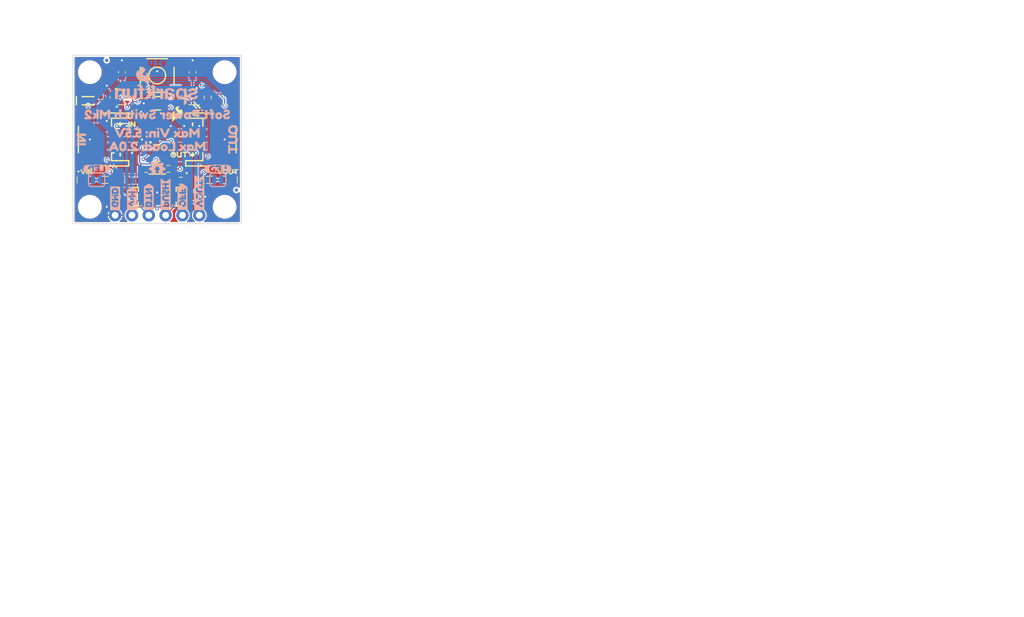
<source format=kicad_pcb>
(kicad_pcb (version 20240108) (generator "pcbnew") (generator_version "8.0")
  (title_block (title "SparkX Soft Power Switch Mk2") (date "2024-03-13") (rev "v10") (comment 1 "Designed by: Paul Clark"))
  (layers (0 "F.Cu" signal) (31 "B.Cu" signal) (34 "B.Paste" user) (35 "F.Paste" user) (36 "B.SilkS" user "B.Silkscreen") (37 "F.SilkS" user "F.Silkscreen") (38 "B.Mask" user) (39 "F.Mask" user) (44 "Edge.Cuts" user))
  (net 0 "")
  (net 1 "GND")
  (net 2 "BTN")
  (net 3 "Net-(C2-Pad1)")
  (net 4 "Net-(D2-A)")
  (net 5 "Net-(D3-A)")
  (net 8 "VOUT")
  (net 11 "Net-(JP1-A)")
  (net 12 "Net-(JP2-A)")
  (net 13 "Net-(Q1-G)")
  (net 14 "Net-(Q1-D)")
  (net 15 "Net-(U4-CLK)")
  (net 16 "Net-(U4-~{CLR})")
  (net 17 "Net-(Q3B-1)")
  (net 18 "Net-(Q2-G)")
  (net 19 "OFF")
  (net 20 "VIN")
  (net 21 "PUSH")
  (net 22 "Net-(Q3A-G)")
  (net 23 "Net-(Q3A-D)")
  (net 24 "EN")
  (footprint "SparkFun-Semiconductor-Standard:SOT23-6-Tight" (layer "F.Cu") (at 128.27 113.792)
    (property "Reference" "Q3")
    (property "Value" "SIL2308")
    (pad "1" smd rect (at -1.2 -0.95 270) (size 0.55 0.8) (layers "F.Cu" "F.Paste" "F.Mask") (net 22 "Net-(Q3A-G)"))
    (pad "2" smd rect (at -1.2 0 270) (size 0.55 0.8) (layers "F.Cu" "F.Paste" "F.Mask") (net 17 "Net-(Q3B-1)"))
    (pad "3" smd rect (at -1.2 0.95 270) (size 0.55 0.8) (layers "F.Cu" "F.Paste" "F.Mask") (net 23 "Net-(Q3A-D)"))
    (pad "4" smd rect (at 1.2 0.95 270) (size 0.55 0.8) (layers "F.Cu" "F.Paste" "F.Mask") (net 8 "VOUT"))
    (pad "5" smd rect (at 1.2 0 90) (size 0.55 0.8) (layers "F.Cu" "F.Paste" "F.Mask") (net 1 "GND"))
    (pad "6" smd rect (at 1.2 -0.95 270) (size 0.55 0.8) (layers "F.Cu" "F.Paste" "F.Mask") (net 23 "Net-(Q3A-D)"))
  )
  (footprint "SparkFun-Aesthetic:Creative_Commons_License" (layer "F.Cu") (at 212.09 168.148)
    (property "Reference" "G3" (hide yes))
    (property "Value" "OSHW_Logo" (hide yes))
  )
  (footprint "SparkFun-Semiconductor-Standard:SOT-353" (layer "F.Cu") (at 122.936 105.41)
    (property "Reference" "U2")
    (property "Value" "SN74LVC1G14DCK")
    (pad "1" smd rect (at -0.8 -0.65 270) (size 0.3 0.7) (layers "F.Cu" "F.Paste" "F.Mask"))
    (pad "2" smd rect (at -0.8 0 270) (size 0.3 0.7) (layers "F.Cu" "F.Paste" "F.Mask") (net 2 "BTN"))
    (pad "3" smd rect (at -0.8 0.65 270) (size 0.3 0.7) (layers "F.Cu" "F.Paste" "F.Mask") (net 1 "GND"))
    (pad "4" smd rect (at 0.8 0.65 270) (size 0.3 0.7) (layers "F.Cu" "F.Paste" "F.Mask") (net 15 "Net-(U4-CLK)"))
    (pad "5" smd rect (at 0.8 -0.65 270) (size 0.3 0.7) (layers "F.Cu" "F.Paste" "F.Mask") (net 20 "VIN"))
  )
  (footprint "SparkFun-Connector:1x06" (layer "F.Cu") (at 134.62 123.19 180)
    (property "Reference" "J3")
    (property "Value" "Conn_01x06")
    (pad "1" thru_hole circle (at 0 0 270) (size 1.8796 1.8796) (drill 1.016) (layers "*.Cu" "*.Mask") (net 8 "VOUT"))
    (pad "2" thru_hole circle (at 2.54 0 270) (size 1.8796 1.8796) (drill 1.016) (layers "*.Cu" "*.Mask") (net 19 "OFF"))
    (pad "3" thru_hole circle (at 5.08 0 270) (size 1.8796 1.8796) (drill 1.016) (layers "*.Cu" "*.Mask") (net 21 "PUSH"))
    (pad "4" thru_hole circle (at 7.62 0 270) (size 1.8796 1.8796) (drill 1.016) (layers "*.Cu" "*.Mask") (net 2 "BTN"))
    (pad "5" thru_hole circle (at 10.16 0 270) (size 1.8796 1.8796) (drill 1.016) (layers "*.Cu" "*.Mask") (net 20 "VIN"))
    (pad "6" thru_hole circle (at 12.7 0 270) (size 1.8796 1.8796) (drill 1.016) (layers "*.Cu" "*.Mask") (net 1 "GND"))
  )
  (footprint "kibuzzard-65F1758C" (layer "F.Cu") (at 124.46 109.474)
    (property "Reference" "kibuzzard-65F1758C" (hide yes))
    (property "Value" "G***" (hide yes))
  )
  (footprint "SparkFun-Resistor:R_0603_1608Metric" (layer "F.Cu") (at 134.366 120.396 -90)
    (property "Reference" "R8")
    (property "Value" "1k")
    (pad "1" smd roundrect (at -0.825 0 270) (size 0.8 0.95) (layers "F.Cu" "F.Paste" "F.Mask") (net 15 "Net-(U4-CLK)"))
    (pad "2" smd roundrect (at 0.825 0 270) (size 0.8 0.95) (layers "F.Cu" "F.Paste" "F.Mask") (net 18 "Net-(Q2-G)"))
  )
  (footprint "SparkFun-Resistor:R_0603_1608Metric" (layer "F.Cu") (at 135.89 117.856)
    (property "Reference" "R4")
    (property "Value" "10k")
    (pad "1" smd roundrect (at -0.825 0) (size 0.8 0.95) (layers "F.Cu" "F.Paste" "F.Mask") (net 12 "Net-(JP2-A)"))
    (pad "2" smd roundrect (at 0.825 0) (size 0.8 0.95) (layers "F.Cu" "F.Paste" "F.Mask") (net 5 "Net-(D3-A)"))
  )
  (footprint "SparkFun-Resistor:R_0603_1608Metric" (layer "F.Cu") (at 135.89 105.41 90)
    (property "Reference" "R1")
    (property "Value" "1k")
    (pad "1" smd roundrect (at -0.825 0 90) (size 0.8 0.95) (layers "F.Cu" "F.Paste" "F.Mask") (net 20 "VIN"))
    (pad "2" smd roundrect (at 0.825 0 90) (size 0.8 0.95) (layers "F.Cu" "F.Paste" "F.Mask") (net 2 "BTN"))
  )
  (footprint "SparkFun-Hardware:Standoff" (layer "F.Cu") (at 138.43 121.92)
    (property "Reference" "ST4")
    (property "Value" "Standoff")
    (pad "" np_thru_hole circle (at 0 0) (size 3.1 3.1) (drill 3.1) (layers "F&B.Cu" "*.Mask"))
  )
  (footprint "SparkFun-LED:LED_0603_1608Metric_Red" (layer "F.Cu") (at 138.938 117.856 180)
    (property "Reference" "D3")
    (property "Value" "Red")
    (pad "1" smd roundrect (at -0.7875 0 180) (size 0.875 0.95) (layers "F.Cu" "F.Paste" "F.Mask") (net 1 "GND"))
    (pad "2" smd roundrect (at 0.7875 0 180) (size 0.875 0.95) (layers "F.Cu" "F.Paste" "F.Mask") (net 5 "Net-(D3-A)"))
  )
  (footprint "SparkFun-Aesthetic:Fiducial_0.5mm_Mask1mm" (layer "F.Cu") (at 140.208 119.38)
    (property "Reference" "FID4")
    (property "Value" "Fiducial_0.5mm")
    (pad "" smd circle (at 0 0) (size 0.5 0.5) (layers "F.Cu" "F.Mask") (clearance 0.25))
  )
  (footprint "SparkFun-Semiconductor-Standard:SOT23-3" (layer "F.Cu") (at 124.714 120.396)
    (property "Reference" "Q1")
    (property "Value" "BSS138")
    (pad "1" smd rect (at -1 -0.95 270) (size 0.8 0.9) (layers "F.Cu" "F.Paste" "F.Mask") (net 13 "Net-(Q1-G)"))
    (pad "2" smd rect (at -1 0.95 270) (size 0.8 0.9) (layers "F.Cu" "F.Paste" "F.Mask") (net 1 "GND"))
    (pad "3" smd rect (at 1.1 0 270) (size 0.8 0.9) (layers "F.Cu" "F.Paste" "F.Mask") (net 14 "Net-(Q1-D)"))
  )
  (footprint "SparkFun-Aesthetic:Fiducial_0.5mm_Mask1mm" (layer "F.Cu") (at 120.65 99.822)
    (property "Reference" "FID1")
    (property "Value" "Fiducial_0.5mm")
    (pad "" smd circle (at 0 0) (size 0.5 0.5) (layers "F.Cu" "F.Mask") (clearance 0.25))
  )
  (footprint "SparkFun-Resistor:R_0603_1608Metric" (layer "F.Cu") (at 122.174 120.396 -90)
    (property "Reference" "R6")
    (property "Value" "1k")
    (pad "1" smd roundrect (at -0.825 0 270) (size 0.8 0.95) (layers "F.Cu" "F.Paste" "F.Mask") (net 13 "Net-(Q1-G)"))
    (pad "2" smd roundrect (at 0.825 0 270) (size 0.8 0.95) (layers "F.Cu" "F.Paste" "F.Mask") (net 19 "OFF"))
  )
  (footprint "SparkFun-Connector:JST_SMD_2.0mm-2" (layer "F.Cu") (at 137.16 111.76 -90)
    (property "Reference" "J2")
    (property "Value" "JST_2mm_LiPo")
    (pad "1" smd rect (at -1 3.7 270) (size 1 4.6) (layers "F.Cu" "F.Paste" "F.Mask") (net 1 "GND"))
    (pad "2" smd rect (at 1 3.7 270) (size 1 4.6) (layers "F.Cu" "F.Paste" "F.Mask") (net 8 "VOUT"))
    (pad "NC1" smd rect (at -3.4 -1.5) (size 3.4 1.6) (layers "F.Cu" "F.Paste" "F.Mask"))
    (pad "NC2" smd rect (at 3.4 -1.5) (size 3.4 1.6) (layers "F.Cu" "F.Paste" "F.Mask"))
  )
  (footprint "kibuzzard-65F0636B" (layer "F.Cu") (at 138.938 116.6368)
    (property "Reference" "kibuzzard-65F0636B" (hide yes))
    (property "Value" "G***" (hide yes))
  )
  (footprint "SparkFun-Resistor:R_0603_1608Metric" (layer "F.Cu") (at 120.65 117.856 180)
    (property "Reference" "R3")
    (property "Value" "10k")
    (pad "1" smd roundrect (at -0.825 0 180) (size 0.8 0.95) (layers "F.Cu" "F.Paste" "F.Mask") (net 11 "Net-(JP1-A)"))
    (pad "2" smd roundrect (at 0.825 0 180) (size 0.8 0.95) (layers "F.Cu" "F.Paste" "F.Mask") (net 4 "Net-(D2-A)"))
  )
  (footprint "SparkFun-Capacitor:C_0603_1608Metric" (layer "F.Cu") (at 133.604 101.6 90)
    (property "Reference" "C4")
    (property "Value" "0.1uF")
    (pad "1" smd roundrect (at -0.775 0 90) (size 0.9 0.95) (layers "F.Cu" "F.Paste" "F.Mask") (net 20 "VIN"))
    (pad "2" smd roundrect (at 0.775 0 90) (size 0.9 0.95) (layers "F.Cu" "F.Paste" "F.Mask") (net 1 "GND"))
  )
  (footprint "kibuzzard-65F04FCA" (layer "F.Cu") (at 122.682 114.046 90)
    (property "Reference" "kibuzzard-65F04FCA" (hide yes))
    (property "Value" "G***" (hide yes))
  )
  (footprint "SparkFun-Resistor:R_0603_1608Metric" (layer "F.Cu") (at 124.714 117.983)
    (property "Reference" "R5")
    (property "Value" "100")
    (pad "1" smd roundrect (at -0.825 0) (size 0.8 0.95) (layers "F.Cu" "F.Paste" "F.Mask") (net 3 "Net-(C2-Pad1)"))
    (pad "2" smd roundrect (at 0.825 0) (size 0.8 0.95) (layers "F.Cu" "F.Paste" "F.Mask") (net 14 "Net-(Q1-D)"))
  )
  (footprint "kibuzzard-65F04F60" (layer "F.Cu") (at 122.682 109.474)
    (property "Reference" "kibuzzard-65F04F60" (hide yes))
    (property "Value" "G***" (hide yes))
  )
  (footprint "SparkFun-Capacitor:C_0603_1608Metric" (layer "F.Cu") (at 122.936 101.6 90)
    (property "Reference" "C3")
    (property "Value" "1.0uF")
    (pad "1" smd roundrect (at -0.775 0 90) (size 0.9 0.95) (layers "F.Cu" "F.Paste" "F.Mask") (net 20 "VIN"))
    (pad "2" smd roundrect (at 0.775 0 90) (size 0.9 0.95) (layers "F.Cu" "F.Paste" "F.Mask") (net 1 "GND"))
  )
  (footprint "SparkFun-Semiconductor-Standard:SOT-323" (layer "F.Cu") (at 128.27 106.299)
    (property "Reference" "U4")
    (property "Value" "SN74LVC1G175DCK")
    (pad "1" smd rect (at -0.92 -0.65 90) (size 0.3 0.66) (layers "F.Cu" "F.Paste" "F.Mask") (net 15 "Net-(U4-CLK)"))
    (pad "2" smd rect (at -0.92 0 90) (size 0.3 0.66) (layers "F.Cu" "F.Paste" "F.Mask") (net 1 "GND"))
    (pad "3" smd rect (at -0.92 0.65 90) (size 0.3 0.66) (layers "F.Cu" "F.Paste" "F.Mask") (net 20 "VIN"))
    (pad "4" smd rect (at 0.92 0.65 90) (size 0.3 0.66) (layers "F.Cu" "F.Paste" "F.Mask") (net 24 "EN"))
    (pad "5" smd rect (at 0.92 0 90) (size 0.3 0.66) (layers "F.Cu" "F.Paste" "F.Mask") (net 20 "VIN"))
    (pad "6" smd rect (at 0.92 -0.65 90) (size 0.3 0.66) (layers "F.Cu" "F.Paste" "F.Mask") (net 16 "Net-(U4-~{CLR})"))
  )
  (footprint "SparkFun-Semiconductor-Standard:SOD-323" (layer "F.Cu") (at 117.856 105.918)
    (property "Reference" "D1")
    (property "Value" "BAS16J")
    (pad "A" smd rect (at 1.15 0) (size 0.63 0.83) (layers "F.Cu" "F.Paste" "F.Mask") (net 2 "BTN"))
    (pad "C" smd rect (at -1.15 0) (size 0.63 0.83) (layers "F.Cu" "F.Paste" "F.Mask") (net 3 "Net-(C2-Pad1)"))
  )
  (footprint "SparkFun-Hardware:Standoff" (layer "F.Cu") (at 138.43 101.6)
    (property "Reference" "ST3")
    (property "Value" "Standoff")
    (pad "" np_thru_hole circle (at 0 0) (size 3.1 3.1) (drill 3.1) (layers "F&B.Cu" "*.Mask"))
  )
  (footprint "kibuzzard-65F04F60" (layer "F.Cu") (at 133.604 114.046)
    (property "Reference" "kibuzzard-65F04F60" (hide yes))
    (property "Value" "G***" (hide yes))
  )
  (footprint "SparkFun-Resistor:R_0603_1608Metric" (layer "F.Cu") (at 131.826 117.983)
    (property "Reference" "R7")
    (property "Value" "10k")
    (pad "1" smd roundrect (at -0.825 0) (size 0.8 0.95) (layers "F.Cu" "F.Paste" "F.Mask") (net 19 "OFF"))
    (pad "2" smd roundrect (at 0.825 0) (size 0.8 0.95) (layers "F.Cu" "F.Paste" "F.Mask") (net 1 "GND"))
  )
  (footprint "SparkFun-Semiconductor-Standard:SOT-353" (layer "F.Cu") (at 133.604 105.41 180)
    (property "Reference" "U3")
    (property "Value" "SN74LVC1G17DCK")
    (pad "1" smd rect (at -0.8 -0.65 90) (size 0.3 0.7) (layers "F.Cu" "F.Paste" "F.Mask"))
    (pad "2" smd rect (at -0.8 0 90) (size 0.3 0.7) (layers "F.Cu" "F.Paste" "F.Mask") (net 3 "Net-(C2-Pad1)"))
    (pad "3" smd rect (at -0.8 0.65 90) (size 0.3 0.7) (layers "F.Cu" "F.Paste" "F.Mask") (net 1 "GND"))
    (pad "4" smd rect (at 0.8 0.65 90) (size 0.3 0.7) (layers "F.Cu" "F.Paste" "F.Mask") (net 16 "Net-(U4-~{CLR})"))
    (pad "5" smd rect (at 0.8 -0.65 90) (size 0.3 0.7) (layers "F.Cu" "F.Paste" "F.Mask") (net 20 "VIN"))
  )
  (footprint "SparkFun-Resistor:R_0603_1608Metric" (layer "F.Cu") (at 138.43 105.918)
    (property "Reference" "R2")
    (property "Value" "200k")
    (pad "1" smd roundrect (at -0.825 0) (size 0.8 0.95) (layers "F.Cu" "F.Paste" "F.Mask") (net 3 "Net-(C2-Pad1)"))
    (pad "2" smd roundrect (at 0.825 0) (size 0.8 0.95) (layers "F.Cu" "F.Paste" "F.Mask") (net 2 "BTN"))
  )
  (footprint "SparkFun-Connector:JST_SMD_2.0mm-2" (layer "F.Cu") (at 119.38 111.76 90)
    (property "Reference" "J1")
    (property "Value" "JST_2mm_LiPo")
    (pad "1" smd rect (at -1 3.7 90) (size 1 4.6) (layers "F.Cu" "F.Paste" "F.Mask") (net 1 "GND"))
    (pad "2" smd rect (at 1 3.7 90) (size 1 4.6) (layers "F.Cu" "F.Paste" "F.Mask") (net 20 "VIN"))
    (pad "NC1" smd rect (at -3.4 -1.5 180) (size 3.4 1.6) (layers "F.Cu" "F.Paste" "F.Mask"))
    (pad "NC2" smd rect (at 3.4 -1.5 180) (size 3.4 1.6) (layers "F.Cu" "F.Paste" "F.Mask"))
  )
  (footprint "kibuzzard-65F0634B" (layer "F.Cu") (at 117.602 116.6368)
    (property "Reference" "kibuzzard-65F0634B" (hide yes))
    (property "Value" "G***" (hide yes))
  )
  (footprint "SparkFun-Resistor:R_0603_1608Metric" (layer "F.Cu") (at 129.921 116.205)
    (property "Reference" "R9")
    (property "Value" "1k")
    (pad "1" smd roundrect (at -0.825 0) (size 0.8 0.95) (layers "F.Cu" "F.Paste" "F.Mask") (net 22 "Net-(Q3A-G)"))
    (pad "2" smd roundrect (at 0.825 0) (size 0.8 0.95) (layers "F.Cu" "F.Paste" "F.Mask") (net 24 "EN"))
  )
  (footprint "SparkFun-LED:LED_0603_1608Metric_Red" (layer "F.Cu") (at 117.602 117.856)
    (property "Reference" "D2")
    (property "Value" "Red")
    (pad "1" smd roundrect (at -0.7875 0) (size 0.875 0.95) (layers "F.Cu" "F.Paste" "F.Mask") (net 1 "GND"))
    (pad "2" smd roundrect (at 0.7875 0) (size 0.875 0.95) (layers "F.Cu" "F.Paste" "F.Mask") (net 4 "Net-(D2-A)"))
  )
  (footprint "SparkFun-Aesthetic:SparkFun_Flame_2.5mm" (layer "F.Cu") (at 131.32 107.96)
    (property "Reference" "G***" (hide yes))
    (property "Value" "Flame" (hide yes))
  )
  (footprint "SparkFun-Switch:Push_SMD_5.2x5.2mm_h2.5mm" (layer "F.Cu") (at 128.27 102.108)
    (property "Reference" "SW1")
    (property "Value" "SMD_5.2x5.2mm_h2.5mm")
    (pad "1" smd rect (at -2.794 -1.905 90) (size 0.762 1.524) (layers "F.Cu" "F.Paste" "F.Mask") (net 1 "GND"))
    (pad "1" smd rect (at 2.794 -1.905 90) (size 0.762 1.524) (layers "F.Cu" "F.Paste" "F.Mask") (net 1 "GND"))
    (pad "2" smd rect (at -2.794 1.905 90) (size 0.762 1.524) (layers "F.Cu" "F.Paste" "F.Mask") (net 2 "BTN"))
    (pad "2" smd rect (at 2.794 1.905 90) (size 0.762 1.524) (layers "F.Cu" "F.Paste" "F.Mask") (net 2 "BTN"))
  )
  (footprint "SparkFun-Capacitor:C_0603_1608Metric" (layer "F.Cu") (at 120.65 105.41 90)
    (property "Reference" "C1")
    (property "Value" "1.0uF")
    (pad "1" smd roundrect (at -0.775 0 90) (size 0.9 0.95) (layers "F.Cu" "F.Paste" "F.Mask") (net 2 "BTN"))
    (pad "2" smd roundrect (at 0.775 0 90) (size 0.9 0.95) (layers "F.Cu" "F.Paste" "F.Mask") (net 1 "GND"))
  )
  (footprint "SparkFun-Resistor:R_0603_1608Metric" (layer "F.Cu") (at 126.619 116.205 180)
    (property "Reference" "R10")
    (property "Value" "100k")
    (pad "1" smd roundrect (at -0.825 0 180) (size 0.8 0.95) (layers "F.Cu" "F.Paste" "F.Mask") (net 23 "Net-(Q3A-D)"))
    (pad "2" smd roundrect (at 0.825 0 180) (size 0.8 0.95) (layers "F.Cu" "F.Paste" "F.Mask") (net 17 "Net-(Q3B-1)"))
  )
  (footprint "kibuzzard-65F04FCA" (layer "F.Cu") (at 133.604 109.474 90)
    (property "Reference" "kibuzzard-65F04FCA" (hide yes))
    (property "Value" "G***" (hide yes))
  )
  (footprint "SparkFun-Capacitor:EIA-3528" (layer "F.Cu") (at 128.27 119.38 -90)
    (property "Reference" "C2")
    (property "Value" "47uF")
    (pad "1" smd roundrect (at -1.5375 0 270) (size 1.325 2.35) (layers "F.Cu" "F.Paste" "F.Mask") (roundrect_rratio 0.188679) (net 3 "Net-(C2-Pad1)"))
    (pad "2" smd roundrect (at 1.5375 0 270) (size 1.325 2.35) (layers "F.Cu" "F.Paste" "F.Mask") (roundrect_rratio 0.188679) (net 1 "GND"))
  )
  (footprint "SparkFun-Hardware:Standoff" (layer "F.Cu") (at 118.11 101.6)
    (property "Reference" "ST1")
    (property "Value" "Standoff")
    (pad "" np_thru_hole circle (at 0 0) (size 3.1 3.1) (drill 3.1) (layers "F&B.Cu" "*.Mask"))
  )
  (footprint "SparkFun-Fuse:1210" (layer "F.Cu") (at 128.27 109.855 90)
    (property "Reference" "F1")
    (property "Value" "6V/2.0A/4.0A")
    (pad "1" smd rect (at -1.5 0 90) (size 1 2.8) (layers "F.Cu" "F.Paste" "F.Mask") (net 17 "Net-(Q3B-1)"))
    (pad "2" smd rect (at 1.5 0 90) (size 1 2.8) (layers "F.Cu" "F.Paste" "F.Mask") (net 20 "VIN"))
  )
  (footprint "SparkFun-Semiconductor-Standard:SOT23-3" (layer "F.Cu") (at 131.826 120.396 180)
    (property "Reference" "Q2")
    (property "Value" "BSS138")
    (pad "1" smd rect (at -1 -0.95 90) (size 0.8 0.9) (layers "F.Cu" "F.Paste" "F.Mask") (net 18 "Net-(Q2-G)"))
    (pad "2" smd rect (at -1 0.95 90) (size 0.8 0.9) (layers "F.Cu" "F.Paste" "F.Mask") (net 1 "GND"))
    (pad "3" smd rect (at 1.1 0 90) (size 0.8 0.9) (layers "F.Cu" "F.Paste" "F.Mask") (net 21 "PUSH"))
  )
  (footprint "kibuzzard-65F174FD" (layer "F.Cu") (at 131.572 114.046)
    (property "Reference" "kibuzzard-65F174FD" (hide yes))
    (property "Value" "G***" (hide yes))
  )
  (footprint "SparkFun-Hardware:Standoff" (layer "F.Cu") (at 118.11 121.92)
    (property "Reference" "ST2")
    (property "Value" "Standoff")
    (pad "" np_thru_hole circle (at 0 0) (size 3.1 3.1) (drill 3.1) (layers "F&B.Cu" "*.Mask"))
  )
  (footprint "SparkFun-Aesthetic:SparkFun_Logo_12.5mm" (layer "B.Cu") (at 128.27 104.775 180)
    (property "Reference" "G***" (hide yes))
    (property "Value" "LOGO" (hide yes))
  )
  (footprint "SparkFun-Aesthetic:Fiducial_0.5mm_Mask1mm" (layer "B.Cu") (at 120.65 99.822 180)
    (property "Reference" "FID3")
    (property "Value" "Fiducial_0.5mm")
    (pad "" smd circle (at 0 0 180) (size 0.5 0.5) (layers "B.Cu" "B.Mask") (clearance 0.25))
  )
  (footprint "kibuzzard-65F05472" (layer "B.Cu") (at 116.84 111.76 90)
    (property "Reference" "kibuzzard-65F05472" (hide yes))
    (property "Value" "G***" (hide yes))
  )
  (footprint "kibuzzard-65F056F7" (layer "B.Cu") (at 134.62 119.761 90)
    (property "Reference" "kibuzzard-65F056F7" (hide yes))
    (property "Value" "G***" (hide yes))
  )
  (footprint "SparkFun-Aesthetic:Fiducial_0.5mm_Mask1mm" (layer "B.Cu") (at 140.208 119.38 180)
    (property "Reference" "FID2")
    (property "Value" "Fiducial_0.5mm")
    (pad "" smd circle (at 0 0 180) (size 0.5 0.5) (layers "B.Cu" "B.Mask") (clearance 0.25))
  )
  (footprint "kibuzzard-65F054C3" (layer "B.Cu") (at 137.414 116.205 180)
    (property "Reference" "kibuzzard-65F054C3" (hide yes))
    (property "Value" "G***" (hide yes))
  )
  (footprint "kibuzzard-65F05604" (layer "B.Cu") (at 121.92 120.65 90)
    (property "Reference" "kibuzzard-65F05604" (hide yes))
    (property "Value" "G***" (hide yes))
  )
  (footprint "SparkFun-Jumper:Jumper_2_NC_Trace" (layer "B.Cu") (at 137.414 117.856)
    (property "Reference" "JP2")
    (property "Value" "~")
    (fp_poly (pts (xy -0.25 0.15) (xy 0.25 0.15) (xy 0.25 -0.15) (xy -0.25 -0.15)) (fill solid) (layer "B.Cu"))
    (pad "1" smd rect (at -0.5207 0) (size 0.6604 1.27) (layers "B.Cu" "B.Mask") (net 12 "Net-(JP2-A)"))
    (pad "2" smd rect (at 0.5207 0) (size 0.6604 1.27) (layers "B.Cu" "B.Mask") (net 8 "VOUT"))
  )
  (footprint "kibuzzard-65F056D8" (layer "B.Cu") (at 132.08 120.396 90)
    (property "Reference" "kibuzzard-65F056D8" (hide yes))
    (property "Value" "G***" (hide yes))
  )
  (footprint "SparkFun-Jumper:Jumper_2_NC_Trace" (layer "B.Cu") (at 119.126 117.856 180)
    (property "Reference" "JP1")
    (property "Value" "~")
    (fp_poly (pts (xy -0.25 0.15) (xy 0.25 0.15) (xy 0.25 -0.15) (xy -0.25 -0.15)) (fill solid) (layer "B.Cu"))
    (pad "1" smd rect (at -0.5207 0 180) (size 0.6604 1.27) (layers "B.Cu" "B.Mask") (net 11 "Net-(JP1-A)"))
    (pad "2" smd rect (at 0.5207 0 180) (size 0.6604 1.27) (layers "B.Cu" "B.Mask") (net 20 "VIN"))
  )
  (footprint "kibuzzard-65F05628" (layer "B.Cu") (at 124.46 120.65 90)
    (property "Reference" "kibuzzard-65F05628" (hide yes))
    (property "Value" "G***" (hide yes))
  )
  (footprint "kibuzzard-65F05644" (layer "B.Cu") (at 127 120.396 90)
    (property "Reference" "kibuzzard-65F05644" (hide yes))
    (property "Value" "G***" (hide yes))
  )
  (footprint "kibuzzard-65F056B4" (layer "B.Cu") (at 129.54 120.015 90)
    (property "Reference" "kibuzzard-65F056B4" (hide yes))
    (property "Value" "G***" (hide yes))
  )
  (footprint "kibuzzard-65F054C3" (layer "B.Cu") (at 119.126 116.205 180)
    (property "Reference" "kibuzzard-65F054C3" (hide yes))
    (property "Value" "G***" (hide yes))
  )
  (footprint "kibuzzard-65F0543A" (layer "B.Cu") (at 128.27 112.776 180)
    (property "Reference" "kibuzzard-65F0543A" (hide yes))
    (property "Value" "G***" (hide yes))
  )
  (footprint "kibuzzard-65F05416" (layer "B.Cu") (at 128.27 110.744 180)
    (property "Reference" "kibuzzard-65F05416" (hide yes))
    (property "Value" "G***" (hide yes))
  )
  (footprint "SparkFun-Aesthetic:OSHW_Logo_2.5mm" (layer "B.Cu") (at 128.27 116.205 180)
    (property "Reference" "Ref**" (hide yes))
    (property "Value" "Val**" (hide yes))
  )
  (footprint "kibuzzard-65F05495" (layer "B.Cu") (at 139.7 111.76 -90)
    (property "Reference" "kibuzzard-65F05495" (hide yes))
    (property "Value" "G***" (hide yes))
  )
  (footprint "kibuzzard-65F053F1" (layer "B.Cu") (at 128.27 107.95 180)
    (property "Reference" "kibuzzard-65F053F1" (hide yes))
    (property "Value" "G***" (hide yes))
  )
  (gr_rect (start 115.57 99.06) (end 140.97 124.46) (stroke (width 0.1)) (fill none) (layer "Edge.Cuts"))
  (gr_text "v10" (at 128.27 100.203 0) (layer "B.Cu" knockout) (effects (font (size 1.016 1.016) (thickness 0.254) (bold yes)) (justify mirror)))
  (segment (start 123.08 113.682) (end 123.19 113.792) (width 0.5588) (layer "F.Cu") (net 1))
  (segment (start 133.46 110.76) (end 133.46 109.838) (width 0.5588) (layer "F.Cu") (net 1))
  (segment (start 119.11 112.76) (end 118.11 111.76) (width 0.5588) (layer "F.Cu") (net 1))
  (segment (start 133.46 110.76) (end 137.43 110.76) (width 0.5588) (layer "F.Cu") (net 1))
  (segment (start 132.334 109.728) (end 133.35 109.728) (width 0.5588) (layer "F.Cu") (net 1))
  (segment (start 130.572 110.76) (end 130.302 110.49) (width 0.5588) (layer "F.Cu") (net 1))
  (segment (start 130.302 110.49) (end 130.302 109.728) (width 0.5588) (layer "F.Cu") (net 1))
  (segment (start 123.08 112.76) (end 119.11 112.76) (width 0.5588) (layer "F.Cu") (net 1))
  (segment (start 133.35 109.728) (end 134.62 109.728) (width 0.5588) (layer "F.Cu") (net 1))
  (segment (start 137.43 110.76) (end 138.43 111.76) (width 0.5588) (layer "F.Cu") (net 1))
  (segment (start 121.666 113.792) (end 123.19 113.792) (width 0.5588) (layer "F.Cu") (net 1))
  (segment (start 123.08 112.76) (end 123.08 113.682) (width 0.5588) (layer "F.Cu") (net 1))
  (segment (start 133.46 110.76) (end 130.572 110.76) (width 0.5588) (layer "F.Cu") (net 1))
  (segment (start 133.46 109.838) (end 133.35 109.728) (width 0.5588) (layer "F.Cu") (net 1))
  (segment (start 123.19 113.792) (end 124.46 113.792) (width 0.5588) (layer "F.Cu") (net 1))
  (segment (start 121.92 123.19) (end 120.65 121.92) (width 0.5588) (layer "F.Cu") (net 1))
  (via (at 130.7084 113.9952) (size 0.56) (drill 0.3) (layers "F.Cu" "B.Cu") (net 1))
  (via (at 128.27 101.473) (size 0.56) (drill 0.3) (layers "F.Cu" "B.Cu") (net 1))
  (via (at 120.65 103.632) (size 0.56) (drill 0.3) (layers "F.Cu" "B.Cu") (net 1))
  (via (at 134.239 104.013) (size 0.56) (drill 0.3) (layers "F.Cu" "B.Cu") (net 1))
  (via (at 116.3828 116.586) (size 0.56) (drill 0.3) (layers "F.Cu" "B.Cu") (net 1))
  (via (at 132.715 116.84) (size 0.56) (drill 0.3) (layers "F.Cu" "B.Cu") (net 1))
  (via (at 138.43 111.76) (size 0.56) (drill 0.3) (layers "F.Cu" "B.Cu") (net 1))
  (via (at 125.984 111.76) (size 0.56) (drill 0.3) (layers "F.Cu" "B.Cu") (net 1))
  (via (at 125.857 107.569) (size 0.56) (drill 0.3) (layers "F.Cu" "B.Cu") (net 1))
  (via (at 133.604 99.822) (size 0.56) (drill 0.3) (layers "F.Cu" "B.Cu") (net 1))
  (via (at 135.509 120.396) (size 0.56) (drill 0.3) (layers "F.Cu" "B.Cu") (net 1))
  (via (at 122.174 106.807) (size 0.56) (drill 0.3) (layers "F.Cu" "B.Cu") (net 1))
  (via (at 128.27 119.761) (size 0.56) (drill 0.3) (layers "F.Cu" "B.Cu") (net 1))
  (via (at 118.11 111.76) (size 0.56) (drill 0.3) (layers "F.Cu" "B.Cu") (net 1))
  (via (at 121.666 113.792) (size 0.56) (drill 0.3) (layers "F.Cu" "B.Cu") (net 1))
  (via (at 126.238 106.299) (size 0.56) (drill 0.3) (layers "F.Cu" "B.Cu") (net 1))
  (via (at 139.9032 116.6876) (size 0.56) (drill 0.3) (layers "F.Cu" "B.Cu") (net 1))
  (via (at 132.334 109.728) (size 0.56) (drill 0.3) (layers "F.Cu" "B.Cu") (net 1))
  (via (at 120.65 121.92) (size 0.56) (drill 0.3) (layers "F.Cu" "B.Cu") (net 1))
  (via (at 122.936 99.822) (size 0.56) (drill 0.3) (layers "F.Cu" "B.Cu") (net 1))
  (via (at 120.65 108.966) (size 0.56) (drill 0.3) (layers "F.Cu" "B.Cu") (net 1))
  (via (at 134.62 109.728) (size 0.56) (drill 0.3) (layers "F.Cu" "B.Cu") (net 1))
  (via (at 124.46 113.792) (size 0.56) (drill 0.3) (layers "F.Cu" "B.Cu") (net 1))
  (via (at 130.302 109.728) (size 0.56) (drill 0.3) (layers "F.Cu" "B.Cu") (net 1))
  (segment (start 121.92 123.19) (end 120.65 121.92) (width 0.5588) (layer "B.Cu") (net 1))
  (segment (start 120.65 106.185) (end 121.425 105.41) (width 0.1778) (layer "F.Cu") (net 2))
  (segment (start 121.425 105.41) (end 122.136 105.41) (width 0.1778) (layer "F.Cu") (net 2))
  (segment (start 135.001 103.632) (end 135.636 103.632) (width 0.1778) (layer "F.Cu") (net 2))
  (segment (start 131.064 104.013) (end 127 104.013) (width 0.1778) (layer "F.Cu") (net 2))
  (segment (start 135.89 103.886) (end 135.89 104.585) (width 0.1778) (layer "F.Cu") (net 2))
  (segment (start 139.255 105.918) (end 138.239 104.902) (width 0.1778) (layer "F.Cu") (net 2))
  (segment (start 119.006 105.918) (end 120.383 105.918) (width 0.1778) (layer "F.Cu") (net 2))
  (segment (start 136.716 104.585) (end 135.89 104.585) (width 0.1778) (layer "F.Cu") (net 2))
  (segment (start 120.383 105.918) (end 120.65 106.185) (width 0.1778) (layer "F.Cu") (net 2))
  (segment (start 137.033 104.902) (end 136.716 104.585) (width 0.1778) (layer "F.Cu") (net 2))
  (segment (start 135.636 103.632) (end 135.89 103.886) (width 0.1778) (layer "F.Cu") (net 2))
  (segment (start 122.136 105.41) (end 122.936 105.41) (width 0.1778) (layer "F.Cu") (net 2))
  (segment (start 138.239 104.902) (end 137.033 104.902) (width 0.1778) (layer "F.Cu") (net 2))
  (segment (start 127 104.013) (end 125.476 104.013) (width 0.1778) (layer "F.Cu") (net 2))
  (via (at 127 104.013) (size 0.56) (drill 0.3) (layers "F.Cu" "B.Cu") (net 2))
  (via (at 135.001 103.632) (size 0.56) (drill 0.3) (layers "F.Cu" "B.Cu") (net 2))
  (via (at 122.936 105.41) (size 0.56) (drill 0.3) (layers "F.Cu" "B.Cu") (net 2))
  (segment (start 122.936 107.442) (end 122.936 105.41) (width 0.1778) (layer "B.Cu") (net 2))
  (segment (start 127 105.41) (end 122.936 105.41) (width 0.1778) (layer "B.Cu") (net 2))
  (segment (start 127 104.013) (end 127 105.41) (width 0.1778) (layer "B.Cu") (net 2))
  (segment (start 127 123.19) (end 125.095 121.285) (width 0.1778) (layer "B.Cu") (net 2))
  (segment (start 127.635 103.378) (end 127 104.013) (width 0.1778) (layer "B.Cu") (net 2))
  (segment (start 135.001 103.632) (end 134.747 103.378) (width 0.1778) (layer "B.Cu") (net 2))
  (segment (start 134.747 103.378) (end 127.635 103.378) (width 0.1778) (layer "B.Cu") (net 2))
  (segment (start 125.095 109.601) (end 122.936 107.442) (width 0.1778) (layer "B.Cu") (net 2))
  (segment (start 125.095 121.285) (end 125.095 109.601) (width 0.1778) (layer "B.Cu") (net 2))
  (segment (start 117.856 106.68) (end 117.3445 106.68) (width 0.1778) (layer "F.Cu") (net 3))
  (segment (start 138.43 106.68) (end 138.367 106.68) (width 0.1778) (layer "F.Cu") (net 3))
  (segment (start 116.706 106.0415) (end 116.706 105.918) (width 0.1778) (layer "F.Cu") (net 3))
  (segment (start 123.889 117.158) (end 123.825 117.094) (width 0.1778) (layer "F.Cu") (net 3))
  (segment (start 127.557 117.905) (end 126.746 117.094) (width 0.1778) (layer "F.Cu") (net 3))
  (segment (start 123.889 117.983) (end 123.889 117.158) (width 0.1778) (layer "F.Cu") (net 3))
  (segment (start 122.936 117.094) (end 120.65 114.808) (width 0.1778) (layer "F.Cu") (net 3))
  (segment (start 123.825 117.094) (end 122.936 117.094) (width 0.1778) (layer "F.Cu") (net 3))
  (segment (start 128.27 117.905) (end 127.557 117.905) (width 0.1778) (layer "F.Cu") (net 3))
  (segment (start 134.404 105.41) (end 136.398 105.41) (width 0.1778) (layer "F.Cu") (net 3))
  (segment (start 136.398 105.41) (end 136.906 105.918) (width 0.1778) (layer "F.Cu") (net 3))
  (segment (start 138.367 106.68) (end 137.605 105.918) (width 0.1778) (layer "F.Cu") (net 3))
  (segment (start 120.65 114.808) (end 120.714 114.808) (width 0.1778) (layer "F.Cu") (net 3))
  (segment (start 117.3445 106.68) (end 116.706 106.0415) (width 0.1778) (layer "F.Cu") (net 3))
  (segment (start 136.906 105.918) (end 137.605 105.918) (width 0.1778) (layer "F.Cu") (net 3))
  (segment (start 126.746 117.094) (end 123.825 117.094) (width 0.1778) (layer "F.Cu") (net 3))
  (via (at 120.65 114.808) (size 0.56) (drill 0.3) (layers "F.Cu" "B.Cu") (net 3))
  (via (at 138.43 106.68) (size 0.56) (drill 0.3) (layers "F.Cu" "B.Cu") (net 3))
  (via (at 117.856 106.68) (size 0.56) (drill 0.3) (layers "F.Cu" "B.Cu") (net 3))
  (segment (start 117.856 108.077) (end 120.65 110.871) (width 0.1778) (layer "B.Cu") (net 3))
  (segment (start 117.856 106.68) (end 118.745 106.68) (width 0.1778) (layer "B.Cu") (net 3))
  (segment (start 118.745 106.68) (end 122.809 102.616) (width 0.1778) (layer "B.Cu") (net 3))
  (segment (start 120.65 110.871) (end 120.65 114.808) (width 0.1778) (layer "B.Cu") (net 3))
  (segment (start 117.856 106.68) (end 117.856 108.077) (width 0.1778) (layer "B.Cu") (net 3))
  (segment (start 135.382 102.616) (end 138.43 105.664) (width 0.1778) (layer "B.Cu") (net 3))
  (segment (start 138.43 105.664) (end 138.43 106.68) (width 0.1778) (layer "B.Cu") (net 3))
  (segment (start 122.809 102.616) (end 135.382 102.616) (width 0.1778) (layer "B.Cu") (net 3))
  (segment (start 118.3895 117.856) (end 119.825 117.856) (width 0.1778) (layer "F.Cu") (net 4))
  (segment (start 138.1505 117.856) (end 136.715 117.856) (width 0.1778) (layer "F.Cu") (net 5))
  (segment (start 133.096 113.792) (end 133.46 113.792) (width 0.5588) (layer "F.Cu") (net 8))
  (segment (start 133.46 113.792) (end 133.46 112.76) (width 0.5588) (layer "F.Cu") (net 8))
  (segment (start 133.096 113.792) (end 132.146 114.742) (width 0.5588) (layer "F.Cu") (net 8))
  (segment (start 134.112 113.792) (end 133.46 113.792) (width 0.5588) (layer "F.Cu") (net 8))
  (segment (start 132.146 114.742) (end 129.47 114.742) (width 0.5588) (layer "F.Cu") (net 8))
  (via (at 134.112 113.792) (size 0.56) (drill 0.3) (layers "F.Cu" "B.Cu") (net 8))
  (via (at 133.096 113.792) (size 0.56) (drill 0.3) (layers "F.Cu" "B.Cu") (net 8))
  (segment (start 137.9347 117.856) (end 137.9347 116.8527) (width 0.1778) (layer "B.Cu") (net 8))
  (segment (start 136.906 115.824) (end 134.112 115.824) (width 0.1778) (layer "B.Cu") (net 8))
  (segment (start 137.9347 116.8527) (end 136.906 115.824) (width 0.1778) (layer "B.Cu") (net 8))
  (segment (start 134.112 122.682) (end 134.62 123.19) (width 0.5588) (layer "B.Cu") (net 8))
  (segment (start 134.112 115.824) (end 134.112 122.682) (width 0.5588) (layer "B.Cu") (net 8))
  (segment (start 134.112 113.792) (end 134.112 115.824) (width 0.5588) (layer "B.Cu") (net 8))
  (segment (start 134.112 113.792) (end 133.096 113.792) (width 0.5588) (layer "B.Cu") (net 8))
  (segment (start 121.158 116.586) (end 121.475 116.903) (width 0.1778) (layer "F.Cu") (net 11))
  (segment (start 121.475 116.903) (end 121.475 117.856) (width 0.1778) (layer "F.Cu") (net 11))
  (via (at 121.158 116.586) (size 0.56) (drill 0.3) (layers "F.Cu" "B.Cu") (net 11))
  (segment (start 119.6467 117.0813) (end 119.6467 117.856) (width 0.1778) (layer "B.Cu") (net 11))
  (segment (start 121.158 116.586) (end 120.142 116.586) (width 0.1778) (layer "B.Cu") (net 11))
  (segment (start 120.142 116.586) (end 119.6467 117.0813) (width 0.1778) (layer "B.Cu") (net 11))
  (segment (start 135.255 116.713) (end 135.065 116.903) (width 0.1778) (layer "F.Cu") (net 12))
  (segment (start 135.065 116.903) (end 135.065 117.856) (width 0.1778) (layer "F.Cu") (net 12))
  (via (at 135.255 116.713) (size 0.56) (drill 0.3) (layers "F.Cu" "B.Cu") (net 12))
  (segment (start 136.8933 117.0813) (end 136.8933 117.856) (width 0.1778) (layer "B.Cu") (net 12))
  (segment (start 136.525 116.713) (end 136.8933 117.0813) (width 0.1778) (layer "B.Cu") (net 12))
  (segment (start 135.255 116.713) (end 136.525 116.713) (width 0.1778) (layer "B.Cu") (net 12))
  (segment (start 123.589 119.571) (end 123.714 119.446) (width 0.1778) (layer "F.Cu") (net 13))
  (segment (start 122.174 119.571) (end 123.589 119.571) (width 0.1778) (layer "F.Cu") (net 13))
  (segment (start 125.539 117.983) (end 125.539 118.935) (width 0.1778) (layer "F.Cu") (net 14))
  (segment (start 125.539 118.935) (end 125.814 119.21) (width 0.1778) (layer "F.Cu") (net 14))
  (segment (start 125.814 119.21) (end 125.814 120.396) (width 0.1778) (layer "F.Cu") (net 14))
  (segment (start 134.239 119.444) (end 134.239 115.951) (width 0.1778) (layer "F.Cu") (net 15))
  (segment (start 127.523 105.649) (end 127.35 105.649) (width 0.1778) (layer "F.Cu") (net 15))
  (segment (start 134.239 115.951) (end 135.89 114.3) (width 0.1778) (layer "F.Cu") (net 15))
  (segment (start 128.016 105.156) (end 127.523 105.649) (width 0.1778) (layer "F.Cu") (net 15))
  (segment (start 125.745 105.649) (end 125.349 106.045) (width 0.1778) (layer "F.Cu") (net 15))
  (segment (start 130.302 105.3967) (end 130.0613 105.156) (width 0.1778) (layer "F.Cu") (net 15))
  (segment (start 127.35 105.649) (end 125.745 105.649) (width 0.1778) (layer "F.Cu") (net 15))
  (segment (start 123.736 106.845) (end 123.736 106.06) (width 0.1778) (layer "F.Cu") (net 15))
  (segment (start 125.349 106.045) (end 125.3357 106.045) (width 0.1778) (layer "F.Cu") (net 15))
  (segment (start 134.366 119.571) (end 134.239 119.444) (width 0.1778) (layer "F.Cu") (net 15))
  (segment (start 130.0613 105.156) (end 128.016 105.156) (width 0.1778) (layer "F.Cu") (net 15))
  (via (at 130.302 105.3967) (size 0.56) (drill 0.3) (layers "F.Cu" "B.Cu") (net 15))
  (via (at 125.3357 106.045) (size 0.56) (drill 0.3) (layers "F.Cu" "B.Cu") (net 15))
  (via (at 135.89 114.3) (size 0.56) (drill 0.3) (layers "F.Cu" "B.Cu") (net 15))
  (via (at 123.736 106.845) (size 0.56) (drill 0.3) (layers "F.Cu" "B.Cu") (net 15))
  (segment (start 123.736 106.845) (end 124.536 106.045) (width 0.1778) (layer "B.Cu") (net 15))
  (segment (start 132.8287 105.3967) (end 135.89 108.458) (width 0.1778) (layer "B.Cu") (net 15))
  (segment (start 135.89 108.458) (end 135.89 114.3) (width 0.1778) (layer "B.Cu") (net 15))
  (segment (start 124.536 106.045) (end 125.3357 106.045) (width 0.1778) (layer "B.Cu") (net 15))
  (segment (start 130.302 105.3967) (end 132.8287 105.3967) (width 0.1778) (layer "B.Cu") (net 15))
  (segment (start 129.19 105.649) (end 129.652 105.649) (width 0.1778) (layer "F.Cu") (net 16))
  (segment (start 132.603 104.76) (end 132.804 104.76) (width 0.1778) (layer "F.Cu") (net 16))
  (segment (start 129.652 105.649) (end 129.921 105.918) (width 0.1778) (layer "F.Cu") (net 16))
  (segment (start 129.921 105.918) (end 131.445 105.918) (width 0.1778) (layer "F.Cu") (net 16))
  (segment (start 131.445 105.918) (end 132.603 104.76) (width 0.1778) (layer "F.Cu") (net 16))
  (segment (start 128.27 113.5508) (end 128.0288 113.792) (width 0.5588) (layer "F.Cu") (net 17))
  (segment (start 128.27 111.355) (end 128.27 113.5508) (width 0.5588) (layer "F.Cu") (net 17))
  (segment (start 126.111 113.792) (end 125.603 114.3) (width 0.1778) (layer "F.Cu") (net 17))
  (segment (start 128.0288 113.792) (end 127.07 113.792) (width 0.5588) (layer "F.Cu") (net 17))
  (segment (start 125.603 115.189) (end 125.794 115.38) (width 0.1778) (layer "F.Cu") (net 17))
  (segment (start 125.794 115.38) (end 125.794 116.205) (width 0.1778) (layer "F.Cu") (net 17))
  (segment (start 127.07 113.792) (end 126.111 113.792) (width 0.1778) (layer "F.Cu") (net 17))
  (segment (start 125.603 114.3) (end 125.603 115.189) (width 0.1778) (layer "F.Cu") (net 17))
  (segment (start 134.366 121.221) (end 132.951 121.221) (width 0.1778) (layer "F.Cu") (net 18))
  (segment (start 132.951 121.221) (end 132.826 121.346) (width 0.1778) (layer "F.Cu") (net 18))
  (segment (start 124.714 121.412) (end 124.714 120.777) (width 0.1778) (layer "F.Cu") (net 19))
  (segment (start 124.333 120.396) (end 122.999 120.396) (width 0.1778) (layer "F.Cu") (net 19))
  (segment (start 131.826 119.634) (end 131.001 118.809) (width 0.1778) (layer "F.Cu") (net 19))
  (segment (start 131.826 122.555) (end 131.826 119.634) (width 0.1778) (layer "F.Cu") (net 19))
  (segment (start 132.08 123.19) (end 132.08 122.809) (width 0.1778) (layer "F.Cu") (net 19))
  (segment (start 131.001 118.809) (end 131.001 117.983) (width 0.1778) (layer "F.Cu") (net 19))
  (segment (start 122.999 120.396) (end 122.174 121.221) (width 0.1778) (layer "F.Cu") (net 19))
  (segment (start 124.714 120.777) (end 124.333 120.396) (width 0.1778) (layer "F.Cu") (net 19))
  (segment (start 128.016 121.92) (end 125.222 121.92) (width 0.1778) (layer "F.Cu") (net 19))
  (segment (start 132.08 122.809) (end 131.826 122.555) (width 0.1778) (layer "F.Cu") (net 19))
  (segment (start 128.27 122.174) (end 128.016 121.92) (width 0.1778) (layer "F.Cu") (net 19))
  (segment (start 125.222 121.92) (end 124.714 121.412) (width 0.1778) (layer "F.Cu") (net 19))
  (via (at 128.27 122.174) (size 0.56) (drill 0.3) (layers "F.Cu" "B.Cu") (net 19))
  (segment (start 130.81 121.92) (end 132.08 123.19) (width 0.1778) (layer "B.Cu") (net 19))
  (segment (start 128.524 121.92) (end 130.81 121.92) (width 0.1778) (layer "B.Cu") (net 19))
  (segment (start 128.27 122.174) (end 128.524 121.92) (width 0.1778) (layer "B.Cu") (net 19))
  (segment (start 133.604 106.934) (end 133.604 106.172) (width 0.1778) (layer "F.Cu") (net 20))
  (segment (start 132.065 106.06) (end 132.804 106.06) (width 0.1778) (layer "F.Cu") (net 20))
  (segment (start 122.936 109.728) (end 122.936 110.616) (width 0.5588) (layer "F.Cu") (net 20))
  (segment (start 127.35 106.949) (end 125.237 106.949) (width 0.1778) (layer "F.Cu") (net 20))
  (segment (start 122.936 110.616) (end 123.08 110.76) (width 0.5588) (layer "F.Cu") (net 20))
  (segment (start 128.524 106.299) (end 129.19 106.299) (width 0.1778) (layer "F.Cu") (net 20))
  (segment (start 129.19 106.299) (end 131.826 106.299) (width 0.1778) (layer "F.Cu") (net 20))
  (segment (start 133.858 107.188) (end 133.604 106.934) (width 0.1778) (layer "F.Cu") (net 20))
  (segment (start 135.636 107.188) (end 133.858 107.188) (width 0.1778) (layer "F.Cu") (net 20))
  (segment (start 125.237 106.949) (end 124.587 106.299) (width 0.1778) (layer "F.Cu") (net 20))
  (segment (start 135.89 106.235) (end 135.89 106.934) (width 0.1778) (layer "F.Cu") (net 20))
  (segment (start 122.174 109.728) (end 122.936 109.728) (width 0.5588) (layer "F.Cu") (net 20))
  (segment (start 124.587 105.41) (end 123.937 104.76) (width 0.1778) (layer "F.Cu") (net 20))
  (segment (start 126.468 108.355) (end 128.27 108.355) (width 0.5588) (layer "F.Cu") (net 20))
  (segment (start 123.736 103.924) (end 123.736 104.76) (width 0.1778) (layer "F.Cu") (net 20))
  (segment (start 123.937 104.76) (end 123.736 104.76) (width 0.1778) (layer "F.Cu") (net 20))
  (segment (start 133.589 106.06) (end 133.604 106.045) (width 0.1778) (layer "F.Cu") (net 20))
  (segment (start 123.08 110.76) (end 124.952 110.76) (width 0.5588) (layer "F.Cu") (net 20))
  (segment (start 124.952 110.76) (end 126.111 109.601) (width 0.5588) (layer "F.Cu") (net 20))
  (segment (start 133.604 106.172) (end 133.604 106.045) (width 0.1778) (layer "F.Cu") (net 20))
  (segment (start 127.365 106.934) (end 128.27 106.934) (width 0.1778) (layer "F.Cu") (net 20))
  (segment (start 127.35 106.949) (end 127.365 106.934) (width 0.1778) (layer "F.Cu") (net 20))
  (segment (start 124.587 106.299) (end 124.587 105.41) (width 0.1778) (layer "F.Cu") (net 20))
  (segment (start 128.27 106.553) (end 128.524 106.299) (width 0.1778) (layer "F.Cu") (net 20))
  (segment (start 122.936 102.375) (end 122.936 103.124) (width 0.1778) (layer "F.Cu") (net 20))
  (segment (start 126.111 108.712) (end 126.468 108.355) (width 0.5588) (layer "F.Cu") (net 20))
  (segment (start 128.27 108.355) (end 128.27 106.553) (width 0.1778) (layer "F.Cu") (net 20))
  (segment (start 135.89 106.934) (end 135.636 107.188) (width 0.1778) (layer "F.Cu") (net 20))
  (segment (start 132.804 106.06) (end 133.589 106.06) (width 0.1778) (layer "F.Cu") (net 20))
  (segment (start 126.111 109.601) (end 126.111 108.712) (width 0.5588) (layer "F.Cu") (net 20))
  (segment (start 133.604 106.045) (end 133.604 102.375) (width 0.1778) (layer "F.Cu") (net 20))
  (segment (start 122.936 109.728) (end 123.698 109.728) (width 0.5588) (layer "F.Cu") (net 20))
  (segment (start 122.936 103.124) (end 123.736 103.924) (width 0.1778) (layer "F.Cu") (net 20))
  (segment (start 131.826 106.299) (end 132.065 106.06) (width 0.1778) (layer "F.Cu") (net 20))
  (via (at 122.174 109.728) (size 0.56) (drill 0.3) (layers "F.Cu" "B.Cu") (net 20))
  (via (at 123.698 109.728) (size 0.56) (drill 0.3) (layers "F.Cu" "B.Cu") (net 20))
  (segment (start 124.46 123.19) (end 124.46 120.65) (width 0.5588) (layer "B.Cu") (net 20))
  (segment (start 123.698 115.824) (end 123.698 109.728) (width 0.5588) (layer "B.Cu") (net 20))
  (segment (start 123.698 119.888) (end 123.698 115.824) (width 0.5588) (layer "B.Cu") (net 20))
  (segment (start 124.46 120.65) (end 123.698 119.888) (width 0.5588) (layer "B.Cu") (net 20))
  (segment (start 123.698 109.728) (end 122.174 109.728) (width 0.5588) (layer "B.Cu") (net 20))
  (segment (start 118.6053 116.8527) (end 119.634 115.824) (width 0.1778) (layer "B.Cu") (net 20))
  (segment (start 118.6053 117.856) (end 118.6053 116.8527) (width 0.1778) (layer "B.Cu") (net 20))
  (segment (start 119.634 115.824) (end 123.698 115.824) (width 0.1778) (layer "B.Cu") (net 20))
  (segment (start 130.726 122.004) (end 130.726 120.396) (width 0.1778) (layer "F.Cu") (net 21))
  (segment (start 129.54 123.19) (end 130.726 122.004) (width 0.1778) (layer "F.Cu") (net 21))
  (segment (start 129.096 116.142) (end 129.096 116.205) (width 0.1778) (layer "F.Cu") (net 22))
  (segment (start 128.143 115.189) (end 129.096 116.142) (width 0.1778) (layer "F.Cu") (net 22))
  (segment (start 126.111 113.03) (end 126.238 112.903) (width 0.1778) (layer "F.Cu") (net 22))
  (segment (start 128.143 114.808) (end 128.143 115.189) (width 0.1778) (layer "F.Cu") (net 22))
  (segment (start 126.238 112.903) (end 127.009 112.903) (width 0.1778) (layer "F.Cu") (net 22))
  (segment (start 127.009 112.903) (end 127.07 112.842) (width 0.1778) (layer "F.Cu") (net 22))
  (via (at 126.111 113.03) (size 0.56) (drill 0.3) (layers "F.Cu" "B.Cu") (net 22))
  (via (at 128.143 114.808) (size 0.56) (drill 0.3) (layers "F.Cu" "B.Cu") (net 22))
  (segment (start 125.603 115.189) (end 125.603 113.538) (width 0.1778) (layer "B.Cu") (net 22))
  (segment (start 128.143 114.808) (end 127.508 115.443) (width 0.1778) (layer "B.Cu") (net 22))
  (segment (start 125.857 115.443) (end 125.603 115.189) (width 0.1778) (layer "B.Cu") (net 22))
  (segment (start 125.603 113.538) (end 126.111 113.03) (width 0.1778) (layer "B.Cu") (net 22))
  (segment (start 127.508 115.443) (end 125.857 115.443) (width 0.1778) (layer "B.Cu") (net 22))
  (segment (start 127.07 115.132) (end 127.444 115.506) (width 0.1778) (layer "F.Cu") (net 23))
  (segment (start 127.0675 114.7445) (end 127.07 114.742) (width 0.1778) (layer "F.Cu") (net 23))
  (segment (start 130.3635 112.5875) (end 130.109 112.842) (width 0.1778) (layer "F.Cu") (net 23))
  (segment (start 130.3635 111.9485) (end 130.3635 112.5875) (width 0.1778) (layer "F.Cu") (net 23))
  (segment (start 126.1745 114.7445) (end 127.0675 114.7445) (width 0.1778) (layer "F.Cu") (net 23))
  (segment (start 127.444 115.506) (end 127.444 116.205) (width 0.1778) (layer "F.Cu") (net 23))
  (segment (start 127.07 114.742) (end 127.07 115.132) (width 0.1778) (layer "F.Cu") (net 23))
  (segment (start 130.109 112.842) (end 129.47 112.842) (width 0.1778) (layer "F.Cu") (net 23))
  (via (at 130.3635 111.9485) (size 0.56) (drill 0.3) (layers "F.Cu" "B.Cu") (net 23))
  (via (at 126.1745 114.7445) (size 0.56) (drill 0.3) (layers "F.Cu" "B.Cu") (net 23))
  (segment (start 128.9705 111.9485) (end 126.1745 114.7445) (width 0.1778) (layer "B.Cu") (net 23))
  (segment (start 130.3635 111.9485) (end 128.9705 111.9485) (width 0.1778) (layer "B.Cu") (net 23))
  (segment (start 129.555 106.949) (end 129.19 106.949) (width 0.1778) (layer "F.Cu") (net 24))
  (segment (start 130.746 116.205) (end 131.699 116.205) (width 0.1778) (layer "F.Cu") (net 24))
  (segment (start 130.302 106.934) (end 129.57 106.934) (width 0.1778) (layer "F.Cu") (net 24))
  (segment (start 129.57 106.934) (end 129.555 106.949) (width 0.1778) (layer "F.Cu") (net 24))
  (via (at 130.302 106.934) (size 0.56) (drill 0.3) (layers "F.Cu" "B.Cu") (net 24))
  (via (at 131.699 116.205) (size 0.56) (drill 0.3) (layers "F.Cu" "B.Cu") (net 24))
  (segment (start 131.699 110.08423) (end 131.699 116.205) (width 0.1778) (layer "B.Cu") (net 24))
  (segment (start 130.302 108.68723) (end 131.699 110.08423) (width 0.1778) (layer "B.Cu") (net 24))
  (segment (start 130.302 106.934) (end 130.302 108.68723) (width 0.1778) (layer "B.Cu") (net 24))
  (zone (net 1) (net_name "GND") (layers "F&B.Cu") (connect_pads (clearance 0.1778)) (min_thickness 0.1778) (fill yes (thermal_gap 0.1778) (thermal_bridge_width 0.1778))
    (polygon (pts (xy 115.57 124.46) (xy 115.57 99.06) (xy 140.97 99.06) (xy 140.97 124.46)))
  )
)
</source>
